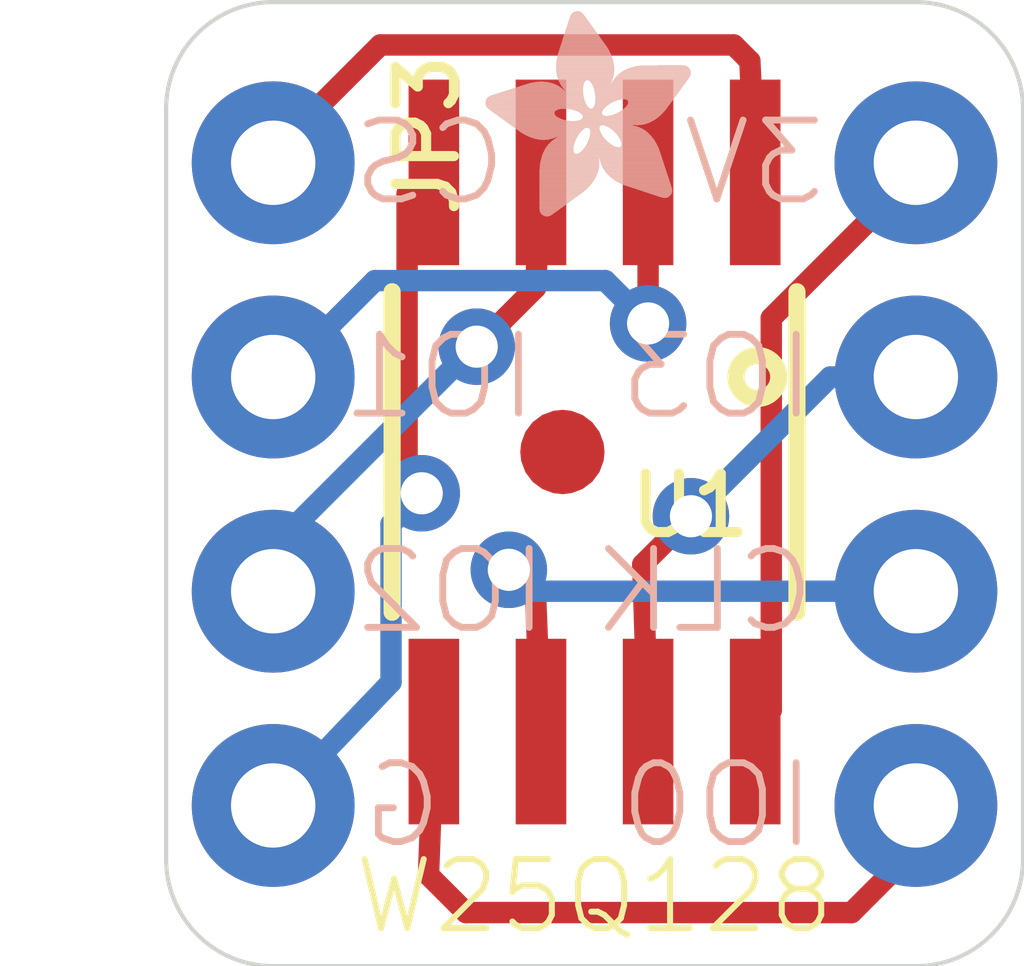
<source format=kicad_pcb>
(kicad_pcb (version 20211014) (generator pcbnew)
  (layers (0 "F.Cu" signal) (31 "B.Cu" signal) (34 "B.Paste" user) (35 "F.Paste" user) (36 "B.SilkS" user "B.Silkscreen") (37 "F.SilkS" user "F.Silkscreen") (38 "B.Mask" user) (39 "F.Mask" user) (44 "Edge.Cuts" user))
  (net 0 "")
  (net 1 "SS")
  (net 2 "MISO")
  (net 3 "IO2")
  (net 4 "GND")
  (net 5 "SCK")
  (net 6 "MOSI")
  (net 7 "IO3")
  (net 8 "3.3V")
  (footprint "eagleBoard:FIDUCIAL_1MM" (layer "F.Cu") (at 148.1201 104.6226)
    (fp_text reference "FID1" hide)
    (fp_text value "FIDUCIAL_1MM" hide)
    (pad "1" smd roundrect (at 0 0) (size 1 1) (layers "F.Cu" "F.Mask") (roundrect_rratio 0.5))
  )
  (footprint "eagleBoard:SOIC8_208MIL" (layer "F.Cu") (at 148.5011 104.6226 180)
    (fp_text reference "U1" (at -1.905 -0.635) (layer "F.SilkS") (effects (font (size 0.692831 0.692831) (thickness 0.119969)) (justify right)))
    (fp_text value "GENERIC QSPI")
    (pad "1" smd rect (at -1.905 3.315 180) (size 0.6 2.2) (layers "F.Cu" "F.Paste" "F.Mask") (net 1 "SS"))
    (pad "2" smd rect (at -0.635 3.315 180) (size 0.6 2.2) (layers "F.Cu" "F.Paste" "F.Mask") (net 2 "MISO"))
    (pad "3" smd rect (at 0.635 3.315 180) (size 0.6 2.2) (layers "F.Cu" "F.Paste" "F.Mask") (net 3 "IO2"))
    (pad "4" smd rect (at 1.905 3.315 180) (size 0.6 2.2) (layers "F.Cu" "F.Paste" "F.Mask") (net 4 "GND"))
    (pad "5" smd rect (at 1.905 -3.315 180) (size 0.6 2.2) (layers "F.Cu" "F.Paste" "F.Mask") (net 6 "MOSI"))
    (pad "6" smd rect (at 0.635 -3.315 180) (size 0.6 2.2) (layers "F.Cu" "F.Paste" "F.Mask") (net 5 "SCK"))
    (pad "7" smd rect (at -0.635 -3.315 180) (size 0.6 2.2) (layers "F.Cu" "F.Paste" "F.Mask") (net 7 "IO3"))
    (pad "8" smd rect (at -1.905 -3.315 180) (size 0.6 2.2) (layers "F.Cu" "F.Paste" "F.Mask") (net 8 "3.3V"))
  )
  (footprint "eagleBoard:1X04_ROUND_76" (layer "F.Cu") (at 144.6911 105.0036 -90)
    (fp_text reference "JP3" (at -5.1562 -1.8288 90) (layer "F.SilkS") (effects (font (size 0.692831 0.692831) (thickness 0.119969)) (justify right)))
    (fp_text value "")
    (pad "1" thru_hole circle (at -3.81 0) (size 1.9304 1.9304) (drill 1) (layers *.Cu *.Mask) (net 1 "SS"))
    (pad "2" thru_hole circle (at -1.27 0) (size 1.9304 1.9304) (drill 1) (layers *.Cu *.Mask) (net 2 "MISO"))
    (pad "3" thru_hole circle (at 1.27 0) (size 1.9304 1.9304) (drill 1) (layers *.Cu *.Mask) (net 3 "IO2"))
    (pad "4" thru_hole circle (at 3.81 0) (size 1.9304 1.9304) (drill 1) (layers *.Cu *.Mask) (net 4 "GND"))
  )
  (footprint "eagleBoard:1X04_ROUND_76" (layer "F.Cu") (at 152.3111 105.0036 -90)
    (fp_text reference "JP2" hide)
    (fp_text value "" hide)
    (pad "1" thru_hole circle (at -3.81 0) (size 1.9304 1.9304) (drill 1) (layers *.Cu *.Mask) (net 8 "3.3V"))
    (pad "2" thru_hole circle (at -1.27 0) (size 1.9304 1.9304) (drill 1) (layers *.Cu *.Mask) (net 7 "IO3"))
    (pad "3" thru_hole circle (at 1.27 0) (size 1.9304 1.9304) (drill 1) (layers *.Cu *.Mask) (net 5 "SCK"))
    (pad "4" thru_hole circle (at 3.81 0) (size 1.9304 1.9304) (drill 1) (layers *.Cu *.Mask) (net 6 "MOSI"))
  )
  (footprint "eagleBoard:ADAFRUIT_2.5MM" (layer "B.Cu") (at 149.6441 101.8286 180)
    (fp_text reference "U$4" hide)
    (fp_text value "" hide)
  )
  (gr_line (start 144.6911 99.2886) (end 152.3111 99.2886) (layer "Edge.Cuts") (width 0.05))
  (gr_line (start 143.4211 109.4486) (end 143.4211 100.5586) (layer "Edge.Cuts") (width 0.05))
  (gr_arc (start 143.4211 100.5586) (mid 143.793074 99.660574) (end 144.6911 99.2886) (layer "Edge.Cuts") (width 0.05))
  (gr_arc (start 152.3111 99.2886) (mid 153.209126 99.660574) (end 153.5811 100.5586) (layer "Edge.Cuts") (width 0.05))
  (gr_arc (start 144.6911 110.7186) (mid 143.793074 110.346626) (end 143.4211 109.4486) (layer "Edge.Cuts") (width 0.05))
  (gr_line (start 153.5811 100.5586) (end 153.5811 109.4486) (layer "Edge.Cuts") (width 0.05))
  (gr_line (start 152.3111 110.7186) (end 144.6911 110.7186) (layer "Edge.Cuts") (width 0.05))
  (gr_arc (start 153.5811 109.4486) (mid 153.209126 110.346626) (end 152.3111 110.7186) (layer "Edge.Cuts") (width 0.05))
  (gr_text "CS" (at 145.5801 101.1936) (layer "B.SilkS") (effects (font (size 0.93472 0.93472) (thickness 0.08128)) (justify right mirror)))
  (gr_text "IO2" (at 145.5801 106.2736) (layer "B.SilkS") (effects (font (size 0.93472 0.93472) (thickness 0.08128)) (justify right mirror)))
  (gr_text "CLK" (at 151.1681 106.2736) (layer "B.SilkS") (effects (font (size 0.93472 0.93472) (thickness 0.08128)) (justify left mirror)))
  (gr_text "IO3" (at 151.1681 103.7336) (layer "B.SilkS") (effects (font (size 0.93472 0.93472) (thickness 0.08128)) (justify left mirror)))
  (gr_text "IO1" (at 145.4531 103.7336) (layer "B.SilkS") (effects (font (size 0.93472 0.93472) (thickness 0.08128)) (justify right mirror)))
  (gr_text "G" (at 145.7071 108.8136) (layer "B.SilkS") (effects (font (size 0.93472 0.93472) (thickness 0.08128)) (justify right mirror)))
  (gr_text "IO0" (at 151.1681 108.8136) (layer "B.SilkS") (effects (font (size 0.93472 0.93472) (thickness 0.08128)) (justify left mirror)))
  (gr_text "3V" (at 151.2951 101.1936) (layer "B.SilkS") (effects (font (size 0.93472 0.93472) (thickness 0.08128)) (justify left mirror)))
  (gr_text "W25Q128" (at 148.5011 109.8931) (layer "F.SilkS") (effects (font (size 0.81788 0.81788) (thickness 0.07112))))
  (segment (start 150.3426 99.9871) (end 150.1521 99.7966) (width 0.254) (layer "F.Cu") (net 1))
  (segment (start 150.4061 101.3076) (end 150.3426 99.9871) (width 0.254) (layer "F.Cu") (net 1))
  (segment (start 150.1521 99.7966) (end 145.9611 99.7966) (width 0.254) (layer "F.Cu") (net 1))
  (segment (start 145.9611 99.7966) (end 144.6276 101.1301) (width 0.254) (layer "F.Cu") (net 1))
  (segment (start 144.6276 101.1301) (end 144.6911 101.1936) (width 0.254) (layer "F.Cu") (net 1))
  (segment (start 149.1361 101.3076) (end 149.1361 101.3711) (width 0.254) (layer "F.Cu") (net 2))
  (segment (start 149.1361 101.3711) (end 149.1361 103.0986) (width 0.254) (layer "F.Cu") (net 2))
  (via (at 149.1361 103.0986) (size 0.9064) (drill 0.5) (layers "F.Cu" "B.Cu") (net 2))
  (segment (start 145.8976 102.5906) (end 144.7546 103.7336) (width 0.254) (layer "B.Cu") (net 2))
  (segment (start 149.1361 103.0986) (end 148.6281 102.5906) (width 0.254) (layer "B.Cu") (net 2))
  (segment (start 144.6911 103.7336) (end 144.7546 103.7336) (width 0.254) (layer "B.Cu") (net 2))
  (segment (start 148.6281 102.5906) (end 145.8976 102.5906) (width 0.254) (layer "B.Cu") (net 2))
  (segment (start 147.8026 102.6755) (end 147.1041 103.374) (width 0.254) (layer "F.Cu") (net 3))
  (segment (start 147.8661 101.3076) (end 147.8026 102.6755) (width 0.254) (layer "F.Cu") (net 3))
  (via (at 147.1041 103.374) (size 0.9064) (drill 0.5) (layers "F.Cu" "B.Cu") (net 3))
  (segment (start 147.073175 103.374) (end 144.6276 105.819575) (width 0.254) (layer "B.Cu") (net 3))
  (segment (start 147.1041 103.374) (end 147.073175 103.374) (width 0.254) (layer "B.Cu") (net 3))
  (segment (start 144.6276 105.819575) (end 144.6911 106.2736) (width 0.254) (layer "B.Cu") (net 3))
  (segment (start 146.4524 105.1122) (end 146.2786 104.9384) (width 0.254) (layer "F.Cu") (net 4))
  (segment (start 146.5961 101.3076) (end 146.2786 101.5616) (width 0.254) (layer "F.Cu") (net 4))
  (segment (start 146.2786 101.5616) (end 146.2786 104.9384) (width 0.254) (layer "F.Cu") (net 4))
  (via (at 146.4524 105.1122) (size 0.9064) (drill 0.5) (layers "F.Cu" "B.Cu") (net 4))
  (segment (start 146.0881 105.4765) (end 146.0881 107.3531) (width 0.254) (layer "B.Cu") (net 4))
  (segment (start 146.4524 105.1122) (end 146.0881 105.4765) (width 0.254) (layer "B.Cu") (net 4))
  (segment (start 146.0881 107.3531) (end 144.6911 108.8136) (width 0.254) (layer "B.Cu") (net 4))
  (segment (start 147.8661 107.9376) (end 147.8026 106.3371) (width 0.254) (layer "F.Cu") (net 5))
  (segment (start 147.8026 106.3371) (end 147.4851 106.0196) (width 0.254) (layer "F.Cu") (net 5))
  (via (at 147.4851 106.0196) (size 0.9064) (drill 0.5) (layers "F.Cu" "B.Cu") (net 5))
  (segment (start 152.3111 106.2736) (end 147.7391 106.2736) (width 0.254) (layer "B.Cu") (net 5))
  (segment (start 147.4851 106.0196) (end 147.7391 106.2736) (width 0.254) (layer "B.Cu") (net 5))
  (segment (start 146.5326 109.6391) (end 146.9771 110.0836) (width 0.254) (layer "F.Cu") (net 6))
  (segment (start 151.5491 110.0836) (end 152.2476 109.3851) (width 0.254) (layer "F.Cu") (net 6))
  (segment (start 146.5961 107.9376) (end 146.5326 109.6391) (width 0.254) (layer "F.Cu") (net 6))
  (segment (start 152.2476 109.3851) (end 152.3111 108.8136) (width 0.254) (layer "F.Cu") (net 6))
  (segment (start 146.9771 110.0836) (end 151.5491 110.0836) (width 0.254) (layer "F.Cu") (net 6))
  (segment (start 149.6441 105.3846) (end 149.0726 105.9561) (width 0.254) (layer "F.Cu") (net 7))
  (segment (start 149.1361 107.9376) (end 149.0726 105.9561) (width 0.254) (layer "F.Cu") (net 7))
  (via (at 149.6441 105.3846) (size 0.9064) (drill 0.5) (layers "F.Cu" "B.Cu") (net 7))
  (segment (start 151.2951 103.7336) (end 152.3111 103.7336) (width 0.254) (layer "B.Cu") (net 7))
  (segment (start 149.6441 105.3846) (end 151.2951 103.7336) (width 0.254) (layer "B.Cu") (net 7))
  (segment (start 150.4061 107.9376) (end 150.5966 107.6836) (width 0.254) (layer "F.Cu") (net 8))
  (segment (start 150.5966 103.0351) (end 150.5966 107.6836) (width 0.254) (layer "F.Cu") (net 8))
  (segment (start 152.3111 101.1936) (end 152.2476 101.3841) (width 0.254) (layer "F.Cu") (net 8))
  (segment (start 152.2476 101.3841) (end 150.5966 103.0351) (width 0.254) (layer "F.Cu") (net 8))
)
</source>
